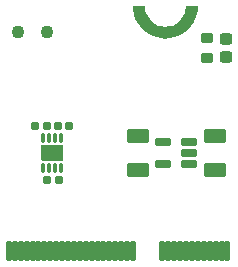
<source format=gbr>
%TF.GenerationSoftware,KiCad,Pcbnew,9.0.0*%
%TF.CreationDate,2025-05-22T17:38:36+04:00*%
%TF.ProjectId,02_06_sensor_temphumid_HDC3022DEJR,30325f30-365f-4736-956e-736f725f7465,rev?*%
%TF.SameCoordinates,Original*%
%TF.FileFunction,Soldermask,Top*%
%TF.FilePolarity,Negative*%
%FSLAX46Y46*%
G04 Gerber Fmt 4.6, Leading zero omitted, Abs format (unit mm)*
G04 Created by KiCad (PCBNEW 9.0.0) date 2025-05-22 17:38:36*
%MOMM*%
%LPD*%
G01*
G04 APERTURE LIST*
G04 Aperture macros list*
%AMRoundRect*
0 Rectangle with rounded corners*
0 $1 Rounding radius*
0 $2 $3 $4 $5 $6 $7 $8 $9 X,Y pos of 4 corners*
0 Add a 4 corners polygon primitive as box body*
4,1,4,$2,$3,$4,$5,$6,$7,$8,$9,$2,$3,0*
0 Add four circle primitives for the rounded corners*
1,1,$1+$1,$2,$3*
1,1,$1+$1,$4,$5*
1,1,$1+$1,$6,$7*
1,1,$1+$1,$8,$9*
0 Add four rect primitives between the rounded corners*
20,1,$1+$1,$2,$3,$4,$5,0*
20,1,$1+$1,$4,$5,$6,$7,0*
20,1,$1+$1,$6,$7,$8,$9,0*
20,1,$1+$1,$8,$9,$2,$3,0*%
%AMFreePoly0*
4,1,15,0.935355,0.685368,0.950000,0.650013,0.950000,-0.650013,0.935355,-0.685368,0.900000,-0.700013,-0.750013,-0.700013,-0.785368,-0.685368,-0.785371,-0.685365,-0.935358,-0.535352,-0.950000,-0.500000,-0.950000,0.650013,-0.935355,0.685368,-0.900000,0.700013,0.900000,0.700013,0.935355,0.685368,0.935355,0.685368,$1*%
G04 Aperture macros list end*
%ADD10C,0.000000*%
%ADD11RoundRect,0.101600X0.175000X0.725000X-0.175000X0.725000X-0.175000X-0.725000X0.175000X-0.725000X0*%
%ADD12C,0.657200*%
%ADD13RoundRect,0.243750X-0.281250X0.243750X-0.281250X-0.243750X0.281250X-0.243750X0.281250X0.243750X0*%
%ADD14C,1.100000*%
%ADD15RoundRect,0.160000X-0.160000X-0.210000X0.160000X-0.210000X0.160000X0.210000X-0.160000X0.210000X0*%
%ADD16RoundRect,0.050000X-0.125006X-0.350000X0.125006X-0.350000X0.125006X0.350000X-0.125006X0.350000X0*%
%ADD17FreePoly0,0.000000*%
%ADD18RoundRect,0.175000X0.537500X0.175000X-0.537500X0.175000X-0.537500X-0.175000X0.537500X-0.175000X0*%
%ADD19RoundRect,0.165000X-0.165000X-0.195000X0.165000X-0.195000X0.165000X0.195000X-0.165000X0.195000X0*%
%ADD20RoundRect,0.160000X0.160000X0.210000X-0.160000X0.210000X-0.160000X-0.210000X0.160000X-0.210000X0*%
%ADD21RoundRect,0.271739X0.678261X-0.353261X0.678261X0.353261X-0.678261X0.353261X-0.678261X-0.353261X0*%
%ADD22RoundRect,0.225000X-0.300000X0.225000X-0.300000X-0.225000X0.300000X-0.225000X0.300000X0.225000X0*%
G04 APERTURE END LIST*
D10*
%TO.C,J1*%
G36*
X150777686Y-92669501D02*
G01*
X150856638Y-92964152D01*
X150985556Y-93240617D01*
X151160522Y-93490495D01*
X151376222Y-93706195D01*
X151626100Y-93881161D01*
X151902565Y-94010079D01*
X152197216Y-94089031D01*
X152501100Y-94115617D01*
X152804984Y-94089031D01*
X153099635Y-94010079D01*
X153376100Y-93881161D01*
X153625978Y-93706195D01*
X153841678Y-93490495D01*
X154016644Y-93240617D01*
X154145562Y-92964152D01*
X154251100Y-92365617D01*
X155251100Y-92365617D01*
X155227573Y-92724564D01*
X155157396Y-93077369D01*
X155041769Y-93417996D01*
X154882670Y-93740617D01*
X154682822Y-94039711D01*
X154445644Y-94310161D01*
X154175194Y-94547339D01*
X153876100Y-94747187D01*
X153553479Y-94906286D01*
X153212852Y-95021913D01*
X152501100Y-95115617D01*
X152142153Y-95092090D01*
X151789348Y-95021913D01*
X151448721Y-94906286D01*
X151126100Y-94747187D01*
X150827006Y-94547339D01*
X150556556Y-94310161D01*
X150319378Y-94039711D01*
X150119530Y-93740617D01*
X149960431Y-93417996D01*
X149844804Y-93077369D01*
X149774627Y-92724564D01*
X149751100Y-92365617D01*
X150751100Y-92365617D01*
X150777686Y-92669501D01*
G37*
%TD*%
D11*
%TO.C,J1*%
X157751100Y-113090617D03*
X157251100Y-113090617D03*
X156751100Y-113090617D03*
X156251100Y-113090617D03*
X155751100Y-113090617D03*
X155251100Y-113090617D03*
X154751100Y-113090617D03*
X154251100Y-113090617D03*
X153751100Y-113090617D03*
X153251100Y-113090617D03*
X152751100Y-113090617D03*
X152251100Y-113090617D03*
X149751100Y-113090617D03*
X149251100Y-113090617D03*
X148751100Y-113090617D03*
X148251100Y-113090617D03*
X147751100Y-113090617D03*
X147251100Y-113090617D03*
X146751100Y-113090617D03*
X146251100Y-113090617D03*
X145751100Y-113090617D03*
X145251100Y-113090617D03*
X144751100Y-113090617D03*
X144251100Y-113090617D03*
X143751100Y-113090617D03*
X143251100Y-113090617D03*
X142751100Y-113090617D03*
X142251100Y-113090617D03*
X141751100Y-113090617D03*
X141251100Y-113090617D03*
X140751100Y-113090617D03*
X140251100Y-113090617D03*
X139751100Y-113090617D03*
X139251100Y-113090617D03*
D12*
X150401100Y-93365617D03*
X152501100Y-94665617D03*
X154601100Y-93365617D03*
%TD*%
D13*
%TO.C,D1*%
X157660000Y-95112500D03*
X157660000Y-96687500D03*
%TD*%
D14*
%TO.C,SCL*%
X142500000Y-94600000D03*
%TD*%
%TO.C,SDA*%
X140000000Y-94600000D03*
%TD*%
D15*
%TO.C,R2*%
X142439809Y-107099950D03*
X143459809Y-107099950D03*
%TD*%
D16*
%TO.C,U1*%
X142149936Y-106099950D03*
X142649809Y-106099950D03*
X143149936Y-106099950D03*
X143650064Y-106099950D03*
X143650064Y-103500000D03*
X143149936Y-103500000D03*
X142649809Y-103500000D03*
X142149936Y-103500000D03*
D17*
X142884760Y-104787275D03*
%TD*%
D18*
%TO.C,U2*%
X154537500Y-105750000D03*
X154537500Y-104800000D03*
X154537500Y-103850000D03*
X152262500Y-103850000D03*
X152262500Y-105750000D03*
%TD*%
D19*
%TO.C,C1*%
X143369809Y-102499950D03*
X144329809Y-102499950D03*
%TD*%
D20*
%TO.C,R3*%
X142459809Y-102499950D03*
X141439809Y-102499950D03*
%TD*%
D21*
%TO.C,C3*%
X156737500Y-106275000D03*
X156737500Y-103325000D03*
%TD*%
D22*
%TO.C,R1*%
X156000000Y-95075000D03*
X156000000Y-96725000D03*
%TD*%
D21*
%TO.C,C4*%
X150137500Y-106275000D03*
X150137500Y-103325000D03*
%TD*%
M02*

</source>
